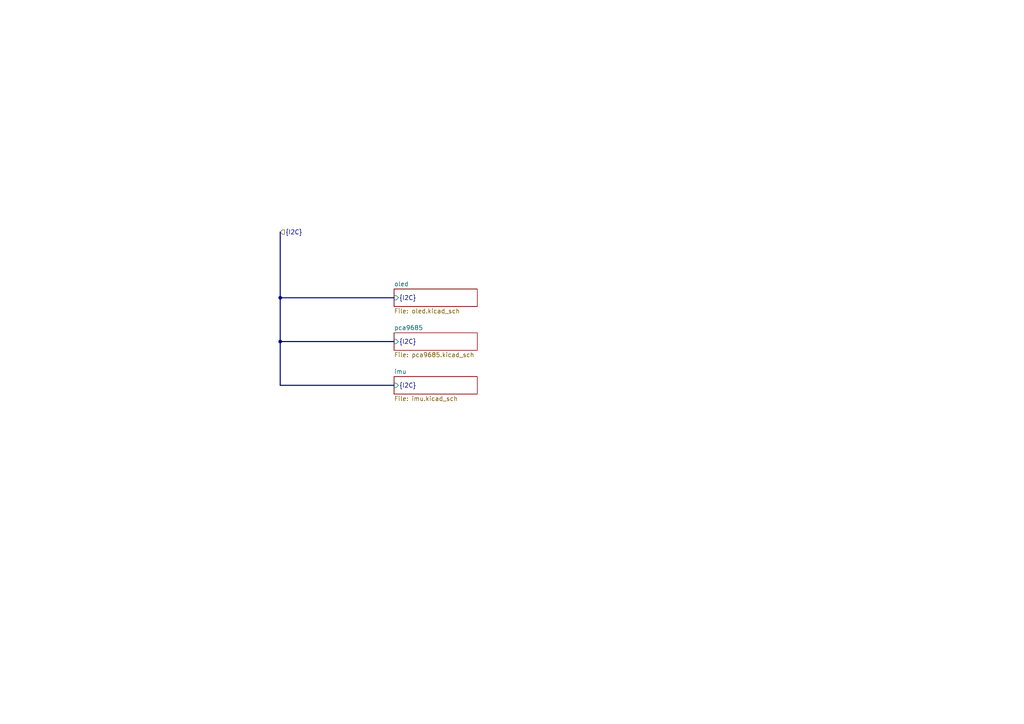
<source format=kicad_sch>
(kicad_sch
	(version 20231120)
	(generator "eeschema")
	(generator_version "8.0")
	(uuid "6d8e67db-49a5-4353-9087-6516af9baca7")
	(paper "A4")
	(title_block
		(title "${PROJECTNAME}")
		(rev "${VERSION}")
	)
	(lib_symbols)
	(bus_alias "I2C"
		(members "SCL" "SDA")
	)
	(junction
		(at 81.28 99.06)
		(diameter 0)
		(color 0 0 0 0)
		(uuid "430552a0-5df3-4582-a150-e4cd6d59674f")
	)
	(junction
		(at 81.28 86.36)
		(diameter 0)
		(color 0 0 0 0)
		(uuid "d3691952-c010-4ac0-b6db-06f816aa3f27")
	)
	(bus
		(pts
			(xy 81.28 67.31) (xy 81.28 86.36)
		)
		(stroke
			(width 0)
			(type default)
		)
		(uuid "23e40f90-a35d-42b1-a7f5-b2d771e24b73")
	)
	(bus
		(pts
			(xy 81.28 99.06) (xy 81.28 111.76)
		)
		(stroke
			(width 0)
			(type default)
		)
		(uuid "7dad55d9-9531-4582-aa8d-9860e792b72c")
	)
	(bus
		(pts
			(xy 81.28 86.36) (xy 114.3 86.36)
		)
		(stroke
			(width 0)
			(type default)
		)
		(uuid "8bb3e4d8-4cb4-4531-bcb6-7429ad2c8629")
	)
	(bus
		(pts
			(xy 114.3 111.76) (xy 81.28 111.76)
		)
		(stroke
			(width 0)
			(type default)
		)
		(uuid "96f571d6-3a6f-4170-ae4b-f5c590538fad")
	)
	(bus
		(pts
			(xy 81.28 86.36) (xy 81.28 99.06)
		)
		(stroke
			(width 0)
			(type default)
		)
		(uuid "cbe0e3b5-75c5-4e7e-9fa2-5412e48ca3d7")
	)
	(bus
		(pts
			(xy 81.28 99.06) (xy 114.3 99.06)
		)
		(stroke
			(width 0)
			(type default)
		)
		(uuid "f1f9abd4-1d94-481e-8c68-2d4affb26dfa")
	)
	(hierarchical_label "{I2C}"
		(shape input)
		(at 81.28 67.31 0)
		(fields_autoplaced yes)
		(effects
			(font
				(size 1.27 1.27)
			)
			(justify left)
		)
		(uuid "520efa40-fa52-45f4-82c0-fbb25e3cc7d3")
	)
	(sheet
		(at 114.3 96.52)
		(size 24.13 5.08)
		(fields_autoplaced yes)
		(stroke
			(width 0.1524)
			(type solid)
		)
		(fill
			(color 0 0 0 0.0000)
		)
		(uuid "56011977-7898-4c20-86ba-85a2e7dc4ada")
		(property "Sheetname" "pca9685"
			(at 114.3 95.8084 0)
			(effects
				(font
					(size 1.27 1.27)
				)
				(justify left bottom)
			)
		)
		(property "Sheetfile" "pca9685.kicad_sch"
			(at 114.3 102.1846 0)
			(effects
				(font
					(size 1.27 1.27)
				)
				(justify left top)
			)
		)
		(pin "{I2C}" input
			(at 114.3 99.06 180)
			(effects
				(font
					(size 1.27 1.27)
				)
				(justify left)
			)
			(uuid "23aa8df0-f184-4fa6-b21b-d290ca4c69b0")
		)
		(instances
			(project "mirte-master"
				(path "/19794465-0368-488c-958e-83b02754ebd6/07743a5b-b463-4676-9965-6884db572afa"
					(page "11")
				)
			)
		)
	)
	(sheet
		(at 114.3 83.82)
		(size 24.13 5.08)
		(fields_autoplaced yes)
		(stroke
			(width 0.1524)
			(type solid)
		)
		(fill
			(color 0 0 0 0.0000)
		)
		(uuid "7a7afddf-0422-4fca-959e-2449449d4f02")
		(property "Sheetname" "oled"
			(at 114.3 83.1084 0)
			(effects
				(font
					(size 1.27 1.27)
				)
				(justify left bottom)
			)
		)
		(property "Sheetfile" "oled.kicad_sch"
			(at 114.3 89.4846 0)
			(effects
				(font
					(size 1.27 1.27)
				)
				(justify left top)
			)
		)
		(pin "{I2C}" input
			(at 114.3 86.36 180)
			(effects
				(font
					(size 1.27 1.27)
				)
				(justify left)
			)
			(uuid "42c3adfb-d910-4c8b-9895-fcec0ccafbf8")
		)
		(instances
			(project "mirte-master"
				(path "/19794465-0368-488c-958e-83b02754ebd6/07743a5b-b463-4676-9965-6884db572afa"
					(page "10")
				)
			)
		)
	)
	(sheet
		(at 114.3 109.22)
		(size 24.13 5.08)
		(fields_autoplaced yes)
		(stroke
			(width 0.1524)
			(type solid)
		)
		(fill
			(color 0 0 0 0.0000)
		)
		(uuid "ce9ba67e-9fd3-4ba3-baa3-90404b6b81d7")
		(property "Sheetname" "imu"
			(at 114.3 108.5084 0)
			(effects
				(font
					(size 1.27 1.27)
				)
				(justify left bottom)
			)
		)
		(property "Sheetfile" "imu.kicad_sch"
			(at 114.3 114.8846 0)
			(effects
				(font
					(size 1.27 1.27)
				)
				(justify left top)
			)
		)
		(pin "{I2C}" input
			(at 114.3 111.76 180)
			(effects
				(font
					(size 1.27 1.27)
				)
				(justify left)
			)
			(uuid "5cbce38f-9379-426e-908c-7a7b2a27da6e")
		)
		(instances
			(project "mirte-master"
				(path "/19794465-0368-488c-958e-83b02754ebd6/07743a5b-b463-4676-9965-6884db572afa"
					(page "12")
				)
			)
		)
	)
)

</source>
